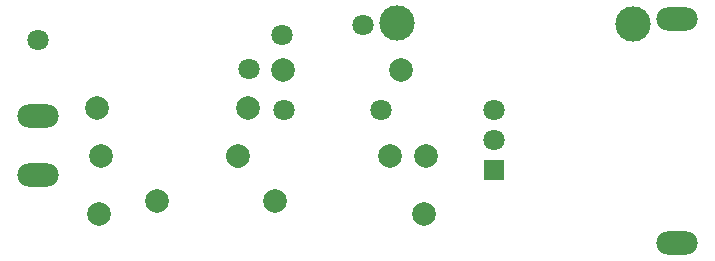
<source format=gtl>
G04*
G04 #@! TF.GenerationSoftware,Altium Limited,Altium Designer,22.10.1 (41)*
G04*
G04 Layer_Physical_Order=1*
G04 Layer_Color=255*
%FSLAX44Y44*%
%MOMM*%
G71*
G04*
G04 #@! TF.SameCoordinates,B602C00A-04D7-4507-9B25-3B951254DDD7*
G04*
G04*
G04 #@! TF.FilePolarity,Positive*
G04*
G01*
G75*
%ADD19C,2.0000*%
%ADD20C,2.0000*%
%ADD21C,1.8000*%
%ADD22O,3.5000X2.0000*%
%ADD23C,3.0000*%
%ADD24R,1.8000X1.8000*%
D19*
X298300Y103800D02*
X298500Y104000D01*
D20*
X336200Y176300D02*
D03*
X436200D02*
D03*
X182100Y104000D02*
D03*
X457100D02*
D03*
X180900Y54300D02*
D03*
X455900D02*
D03*
X329200Y65800D02*
D03*
X229200D02*
D03*
X178800Y144400D02*
D03*
X306800D02*
D03*
X298500Y104000D02*
D03*
X426500D02*
D03*
D21*
X307300Y177200D02*
D03*
X335600Y206400D02*
D03*
X404100Y214700D02*
D03*
X129100Y201600D02*
D03*
X515200Y142200D02*
D03*
Y116800D02*
D03*
X419500Y142886D02*
D03*
X337500D02*
D03*
X307300Y177200D02*
D03*
X335600Y206400D02*
D03*
X128300Y87500D02*
D03*
X128600Y137800D02*
D03*
X404100Y214700D02*
D03*
X129100Y201600D02*
D03*
X670000Y30000D02*
D03*
Y220000D02*
D03*
D22*
X128600Y87500D02*
D03*
X128600Y137800D02*
D03*
X670000Y30000D02*
D03*
Y220000D02*
D03*
D23*
X432850Y215850D02*
D03*
X632600Y215350D02*
D03*
D24*
X515200Y91400D02*
D03*
M02*

</source>
